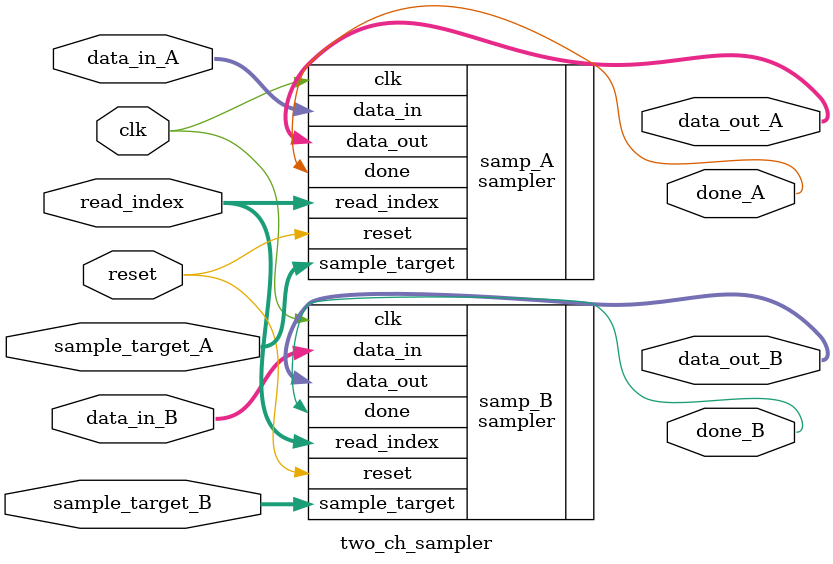
<source format=v>
module two_ch_sampler (
	
	input wire clk,
	input wire reset,
	input wire [9:0] sample_target_A,
	input wire [9:0] sample_target_B,
   input wire [13:0] data_in_A,
	input wire [13:0] data_in_B,
	
	input wire [9:0] read_index,                      
   
	output wire [13:0] data_out_A,                    
   output wire [13:0] data_out_B,                    
	
   output wire done_A,
	output wire done_B
	
	);
	
	
	sampler samp_A (
    .clk(clk),                                 // GANTI
    .reset(reset),                             // GANTI
    .sample_target(sample_target_A),
    .data_in(data_in_A),                       // GANTI
    .done(done_A),
    .read_index(read_index),
    .data_out(data_out_A)
);

sampler samp_B (
    .clk(clk),
    .reset(reset),
    .sample_target(sample_target_B),
    .data_in(data_in_B),
    .done(done_B),
    .read_index(read_index),
    .data_out(data_out_B)
);
                         
		
endmodule
</source>
